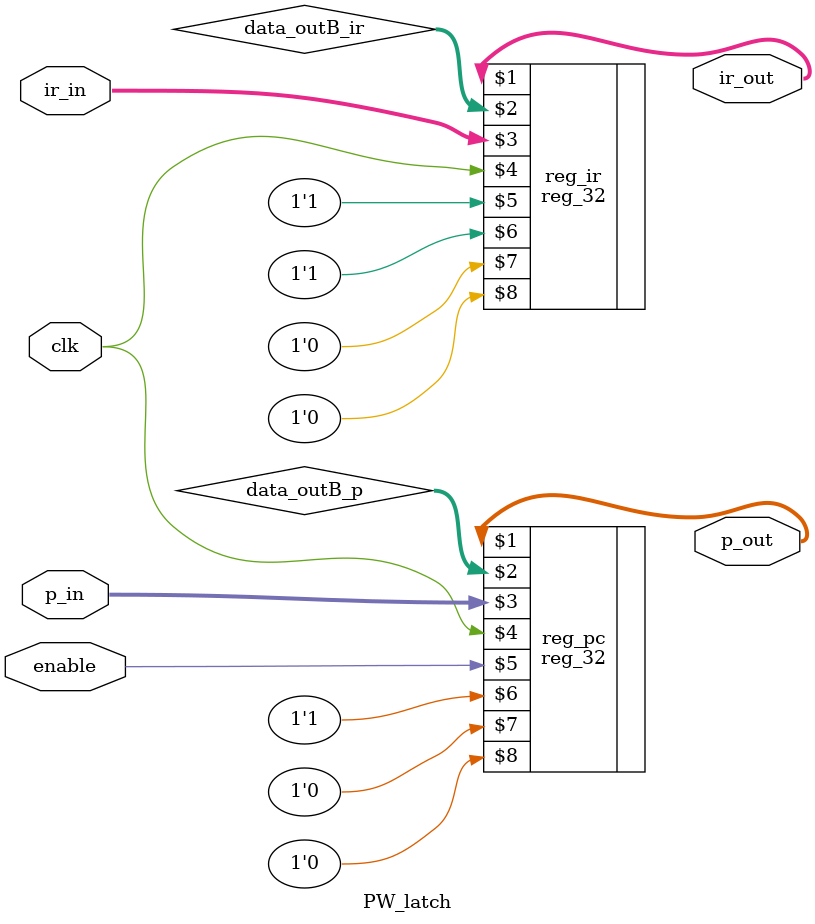
<source format=v>
module PW_latch(p_in, ir_in, p_out, ir_out, clk, enable);

    input [31:0] p_in, ir_in;
    input clk, enable;
    output [31:0] p_out, ir_out;

    wire [31:0] data_outB_p;
    wire [31:0] data_outB_ir;

    reg_32 reg_pc(p_out, data_outB_p, p_in, clk, enable, 1'b1, 1'b0, 1'b0);
    reg_32 reg_ir(ir_out, data_outB_ir, ir_in, clk, 1'b1, 1'b1, 1'b0, 1'b0);

endmodule
</source>
